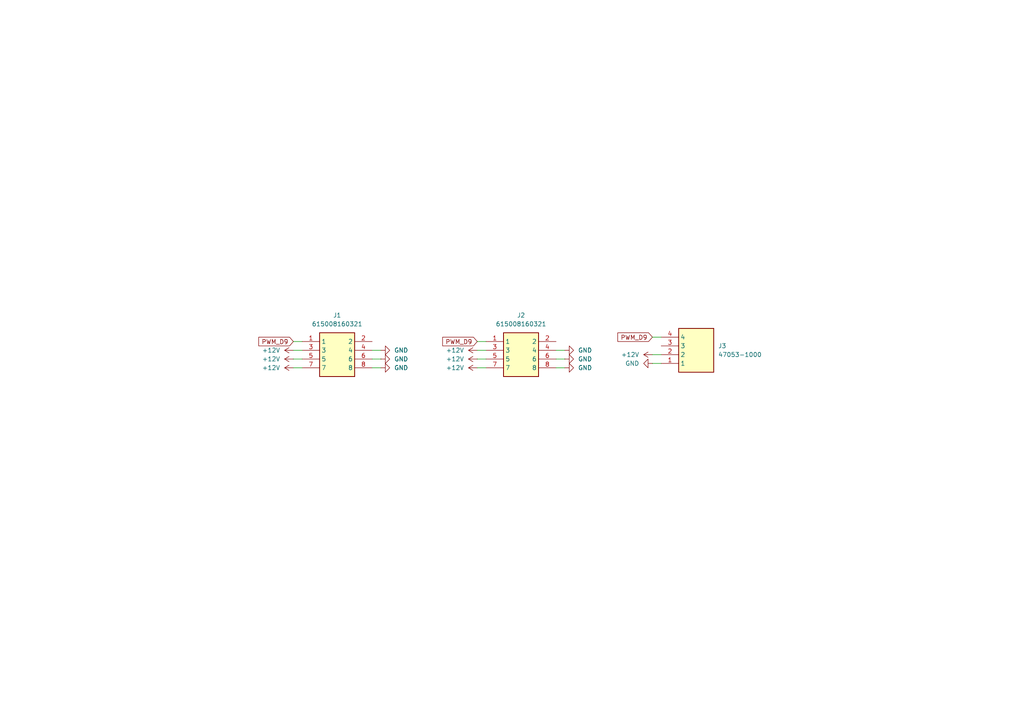
<source format=kicad_sch>
(kicad_sch (version 20231120) (generator "eeschema") (generator_version "8.0")
  (paper "A4")
  (lib_symbols
    (symbol "47053-1000:47053-1000"
      (property "Reference" "J" (at 16.51 7.62 0))
      (property "Value" "47053-1000" (at 16.51 5.08 0))
      (symbol "47053-1000_1_1"
        (rectangle (start 5.08 2.54) (end 15.24 -10.16) (stroke (width 0.254)) (fill (type background)))
        (pin passive line (at 0 -7.62 0) (length 5.08) (name "1") (number "1"))
        (pin passive line (at 0 -5.08 0) (length 5.08) (name "2") (number "2"))
        (pin passive line (at 0 -2.54 0) (length 5.08) (name "3") (number "3"))
        (pin passive line (at 0 0 0) (length 5.08) (name "4") (number "4"))
      )
    )
    (symbol "615008160321:615008160321"
      (property "Reference" "J" (at 16.51 7.62 0))
      (property "Value" "615008160321" (at 16.51 5.08 0))
      (symbol "615008160321_1_1"
        (rectangle (start 5.08 2.54) (end 15.24 -10.16) (stroke (width 0.254)) (fill (type background)))
        (pin passive line (at 0 0 0) (length 5.08) (name "1") (number "1"))
        (pin passive line (at 20.32 0 180) (length 5.08) (name "2") (number "2"))
        (pin passive line (at 0 -2.54 0) (length 5.08) (name "3") (number "3"))
        (pin passive line (at 20.32 -2.54 180) (length 5.08) (name "4") (number "4"))
        (pin passive line (at 0 -5.08 0) (length 5.08) (name "5") (number "5"))
        (pin passive line (at 20.32 -5.08 180) (length 5.08) (name "6") (number "6"))
        (pin passive line (at 0 -7.62 0) (length 5.08) (name "7") (number "7"))
        (pin passive line (at 20.32 -7.62 180) (length 5.08) (name "8") (number "8"))
      )
    )
    (symbol "power:+12V" (power) (pin_numbers hide) (pin_names (offset 0) hide)
      (property "Value" "+12V" (at 0 3.556 0))
      (symbol "+12V_0_1"
        (polyline (pts (xy -0.762 1.27) (xy 0 2.54)))
        (polyline (pts (xy 0 0) (xy 0 2.54)))
        (polyline (pts (xy 0 2.54) (xy 0.762 1.27)))
      )
      (symbol "+12V_1_1"
        (pin power_in line (at 0 0 90) (length 0) (name "~") (number "1"))
      )
    )
    (symbol "power:GND" (power) (pin_numbers hide) (pin_names (offset 0) hide)
      (property "Value" "GND" (at 0 -3.81 0))
      (symbol "GND_0_1"
        (polyline (pts (xy 0 0) (xy 0 -1.27) (xy 1.27 -1.27) (xy 0 -2.54) (xy -1.27 -1.27) (xy 0 -1.27)))
      )
      (symbol "GND_1_1"
        (pin power_in line (at 0 0 270) (length 0) (name "~") (number "1"))
      )
    )
  )
  (wire (pts (xy 85.09 99.06) (xy 87.63 99.06)))
  (wire (pts (xy 161.29 104.14) (xy 163.83 104.14)))
  (wire (pts (xy 85.09 101.6) (xy 87.63 101.6)))
  (wire (pts (xy 107.95 101.6) (xy 110.49 101.6)))
  (wire (pts (xy 107.95 106.68) (xy 110.49 106.68)))
  (wire (pts (xy 138.43 101.6) (xy 140.97 101.6)))
  (wire (pts (xy 189.23 102.87) (xy 191.77 102.87)))
  (wire (pts (xy 138.43 99.06) (xy 140.97 99.06)))
  (wire (pts (xy 161.29 101.6) (xy 163.83 101.6)))
  (wire (pts (xy 161.29 106.68) (xy 163.83 106.68)))
  (wire (pts (xy 138.43 104.14) (xy 140.97 104.14)))
  (wire (pts (xy 85.09 106.68) (xy 87.63 106.68)))
  (wire (pts (xy 85.09 104.14) (xy 87.63 104.14)))
  (wire (pts (xy 107.95 104.14) (xy 110.49 104.14)))
  (wire (pts (xy 189.23 97.79) (xy 191.77 97.79)))
  (wire (pts (xy 138.43 106.68) (xy 140.97 106.68)))
  (wire (pts (xy 189.23 105.41) (xy 191.77 105.41)))
  (global_label "PWM_D9" (shape input) (at 189.23 97.79 180) (property "Intersheetrefs" "${INTERSHEET_REFS}" (effects (hide yes))))
  (global_label "PWM_D9" (shape input) (at 85.09 99.06 180) (property "Intersheetrefs" "${INTERSHEET_REFS}" (effects (hide yes))))
  (global_label "PWM_D9" (shape input) (at 138.43 99.06 180) (property "Intersheetrefs" "${INTERSHEET_REFS}" (effects (hide yes))))
  (symbol (lib_id "power:GND") (at 110.49 106.68 90) (unit 1)
    (property "Reference" "#PWR06" (effects (hide yes)))
    (property "Value" "GND" (at 114.3 106.6799 90) (effects (justify right)))
    (property "Description" "Power symbol creates a global label with name \"GND\" , ground" (effects (hide yes)))
  )
  (symbol (lib_id "power:+12V") (at 138.43 104.14 90) (unit 1)
    (property "Reference" "#PWR08" (effects (hide yes)))
    (property "Value" "+12V" (at 134.62 104.1399 90) (effects (justify left)))
    (property "Description" "Power symbol creates a global label with name \"+12V\"" (effects (hide yes)))
  )
  (symbol (lib_id "power:+12V") (at 138.43 101.6 90) (unit 1)
    (property "Reference" "#PWR07" (effects (hide yes)))
    (property "Value" "+12V" (at 134.62 101.5999 90) (effects (justify left)))
    (property "Description" "Power symbol creates a global label with name \"+12V\"" (effects (hide yes)))
  )
  (symbol (lib_id "power:+12V") (at 189.23 102.87 90) (unit 1)
    (property "Reference" "#PWR013" (effects (hide yes)))
    (property "Value" "+12V" (at 185.42 102.8699 90) (effects (justify left)))
    (property "Description" "Power symbol creates a global label with name \"+12V\"" (effects (hide yes)))
  )
  (symbol (lib_id "power:GND") (at 163.83 106.68 90) (unit 1)
    (property "Reference" "#PWR012" (effects (hide yes)))
    (property "Value" "GND" (at 167.64 106.6799 90) (effects (justify right)))
    (property "Description" "Power symbol creates a global label with name \"GND\" , ground" (effects (hide yes)))
  )
  (symbol (lib_id "power:GND") (at 163.83 104.14 90) (unit 1)
    (property "Reference" "#PWR011" (effects (hide yes)))
    (property "Value" "GND" (at 167.64 104.1399 90) (effects (justify right)))
    (property "Description" "Power symbol creates a global label with name \"GND\" , ground" (effects (hide yes)))
  )
  (symbol (lib_id "power:+12V") (at 85.09 101.6 90) (unit 1)
    (property "Reference" "#PWR01" (effects (hide yes)))
    (property "Value" "+12V" (at 81.28 101.5999 90) (effects (justify left)))
    (property "Description" "Power symbol creates a global label with name \"+12V\"" (effects (hide yes)))
  )
  (symbol (lib_id "power:GND") (at 110.49 104.14 90) (unit 1)
    (property "Reference" "#PWR05" (effects (hide yes)))
    (property "Value" "GND" (at 114.3 104.1399 90) (effects (justify right)))
    (property "Description" "Power symbol creates a global label with name \"GND\" , ground" (effects (hide yes)))
  )
  (symbol (lib_id "power:GND") (at 110.49 101.6 90) (unit 1)
    (property "Reference" "#PWR04" (effects (hide yes)))
    (property "Value" "GND" (at 114.3 101.5999 90) (effects (justify right)))
    (property "Description" "Power symbol creates a global label with name \"GND\" , ground" (effects (hide yes)))
  )
  (symbol (lib_id "power:GND") (at 163.83 101.6 90) (unit 1)
    (property "Reference" "#PWR010" (effects (hide yes)))
    (property "Value" "GND" (at 167.64 101.5999 90) (effects (justify right)))
    (property "Description" "Power symbol creates a global label with name \"GND\" , ground" (effects (hide yes)))
  )
  (symbol (lib_id "power:+12V") (at 85.09 104.14 90) (unit 1)
    (property "Reference" "#PWR02" (effects (hide yes)))
    (property "Value" "+12V" (at 81.28 104.1399 90) (effects (justify left)))
    (property "Description" "Power symbol creates a global label with name \"+12V\"" (effects (hide yes)))
  )
  (symbol (lib_id "power:+12V") (at 138.43 106.68 90) (unit 1)
    (property "Reference" "#PWR09" (effects (hide yes)))
    (property "Value" "+12V" (at 134.62 106.6799 90) (effects (justify left)))
    (property "Description" "Power symbol creates a global label with name \"+12V\"" (effects (hide yes)))
  )
  (symbol (lib_id "power:GND") (at 189.23 105.41 270) (unit 1)
    (property "Reference" "#PWR014" (effects (hide yes)))
    (property "Value" "GND" (at 185.42 105.4099 90) (effects (justify right)))
    (property "Description" "Power symbol creates a global label with name \"GND\" , ground" (effects (hide yes)))
  )
  (symbol (lib_id "power:+12V") (at 85.09 106.68 90) (unit 1)
    (property "Reference" "#PWR03" (effects (hide yes)))
    (property "Value" "+12V" (at 81.28 106.6799 90) (effects (justify left)))
    (property "Description" "Power symbol creates a global label with name \"+12V\"" (effects (hide yes)))
  )
  (symbol (lib_id "615008160321:615008160321") (at 140.97 99.06 0) (unit 1)
    (property "Reference" "J2" (at 151.13 91.44 0))
    (property "Value" "615008160321" (at 151.13 93.98 0))
    (property "Footprint" "615008160321:615008160321" (effects (hide yes)))
    (property "Datasheet" "https://www.we-online.com/components/products/datasheet/615008160321.pdf" (effects (hide yes)))
    (property "Description" "Modular Connectors / Ethernet Connectors WR-MJ_8P8C_THT_Vertical" (effects (hide yes)))
    (property "Height" "16.35" (effects (hide yes)))
    (property "Mouser Part Number" "710-615008160321" (effects (hide yes)))
    (property "Mouser Price/Stock" "https://www.mouser.co.uk/ProductDetail/Wurth-Elektronik/615008160321?qs=OlC7AqGiEDmnhkTBXznxsQ%3D%3D" (effects (hide yes)))
    (property "Manufacturer_Name" "Wurth Elektronik" (effects (hide yes)))
    (property "Manufacturer_Part_Number" "615008160321" (effects (hide yes)))
  )
  (symbol (lib_id "615008160321:615008160321") (at 87.63 99.06 0) (unit 1)
    (property "Reference" "J1" (at 97.79 91.44 0))
    (property "Value" "615008160321" (at 97.79 93.98 0))
    (property "Footprint" "615008160321:615008160321" (effects (hide yes)))
    (property "Datasheet" "https://www.we-online.com/components/products/datasheet/615008160321.pdf" (effects (hide yes)))
    (property "Description" "Modular Connectors / Ethernet Connectors WR-MJ_8P8C_THT_Vertical" (effects (hide yes)))
    (property "Height" "16.35" (effects (hide yes)))
    (property "Mouser Part Number" "710-615008160321" (effects (hide yes)))
    (property "Mouser Price/Stock" "https://www.mouser.co.uk/ProductDetail/Wurth-Elektronik/615008160321?qs=OlC7AqGiEDmnhkTBXznxsQ%3D%3D" (effects (hide yes)))
    (property "Manufacturer_Name" "Wurth Elektronik" (effects (hide yes)))
    (property "Manufacturer_Part_Number" "615008160321" (effects (hide yes)))
  )
  (symbol (lib_id "47053-1000:47053-1000") (at 191.77 97.79 0) (unit 1)
    (property "Reference" "J3" (at 208.28 100.3299 0) (effects (justify left)))
    (property "Value" "47053-1000" (at 208.28 102.8699 0) (effects (justify left)))
    (property "Footprint" "47053-1000:470531000" (effects (hide yes)))
    (property "Datasheet" "http://www.molex.com/pdm_docs/sd/470531000_sd.pdf" (effects (hide yes)))
    (property "Description" "MOLEX - 47053-1000 - HEADER, 4POS, 1ROW, 2.54MM" (effects (hide yes)))
    (property "Height" "8" (effects (hide yes)))
    (property "Mouser Part Number" "538-47053-1000" (effects (hide yes)))
    (property "Mouser Price/Stock" "https://www.mouser.co.uk/ProductDetail/Molex/47053-1000?qs=ph4zPCVRuvqoDX7hrEhxNA%3D%3D" (effects (hide yes)))
    (property "Manufacturer_Name" "Molex" (effects (hide yes)))
    (property "Manufacturer_Part_Number" "47053-1000" (effects (hide yes)))
  )
)
</source>
